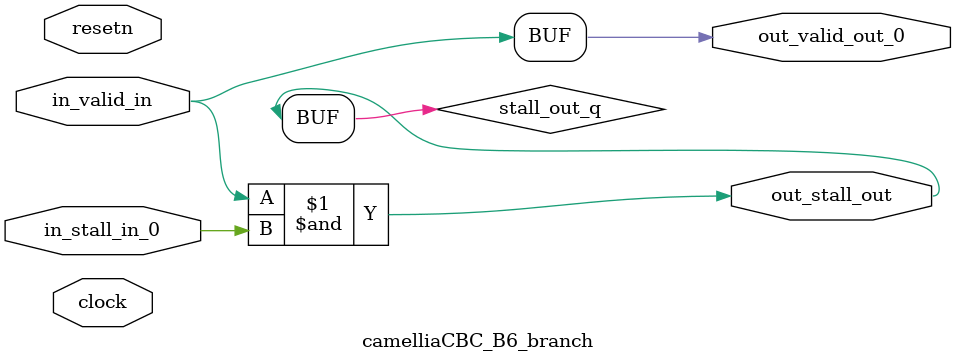
<source format=sv>



(* altera_attribute = "-name AUTO_SHIFT_REGISTER_RECOGNITION OFF; -name MESSAGE_DISABLE 10036; -name MESSAGE_DISABLE 10037; -name MESSAGE_DISABLE 14130; -name MESSAGE_DISABLE 14320; -name MESSAGE_DISABLE 15400; -name MESSAGE_DISABLE 14130; -name MESSAGE_DISABLE 10036; -name MESSAGE_DISABLE 12020; -name MESSAGE_DISABLE 12030; -name MESSAGE_DISABLE 12010; -name MESSAGE_DISABLE 12110; -name MESSAGE_DISABLE 14320; -name MESSAGE_DISABLE 13410; -name MESSAGE_DISABLE 113007; -name MESSAGE_DISABLE 10958" *)
module camelliaCBC_B6_branch (
    input wire [0:0] in_stall_in_0,
    input wire [0:0] in_valid_in,
    output wire [0:0] out_stall_out,
    output wire [0:0] out_valid_out_0,
    input wire clock,
    input wire resetn
    );

    wire [0:0] stall_out_q;


    // stall_out(LOGICAL,6)
    assign stall_out_q = in_valid_in & in_stall_in_0;

    // out_stall_out(GPOUT,4)
    assign out_stall_out = stall_out_q;

    // out_valid_out_0(GPOUT,5)
    assign out_valid_out_0 = in_valid_in;

endmodule

</source>
